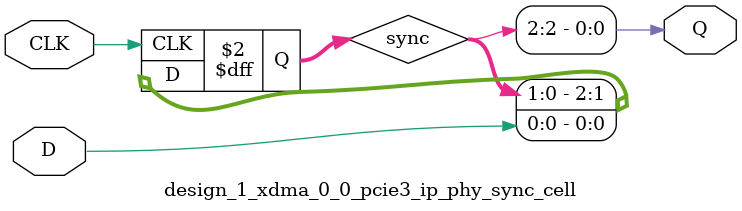
<source format=v>





`timescale 1ps / 1ps



//-------------------------------------------------------------------------------------------------
//  Synchronizer Library Module
//-------------------------------------------------------------------------------------------------
module design_1_xdma_0_0_pcie3_ip_phy_sync_cell #
(
    parameter integer STAGE = 2
)
(
    //-------------------------------------------------------------------------- 
    //  Input Ports
    //-------------------------------------------------------------------------- 
    input                               CLK,
    input                               D,
    
    //-------------------------------------------------------------------------- 
    //  Output Ports
    //-------------------------------------------------------------------------- 
    output                              Q
);

    //-------------------------------------------------------------------------- 
    //  Synchronized Signals
    //--------------------------------------------------------------------------  
    (* KEEP = "TRUE", ASYNC_REG = "TRUE", SHIFT_EXTRACT = "NO" *) reg [STAGE:0] sync;                                                            



//--------------------------------------------------------------------------------------------------
//  Synchronizier
//--------------------------------------------------------------------------------------------------
always @ (posedge CLK)
begin

    sync <= {sync[(STAGE-1):0], D};
            
end   



//--------------------------------------------------------------------------------------------------
//  Generate Output
//--------------------------------------------------------------------------------------------------
assign Q = sync[STAGE];


endmodule


</source>
